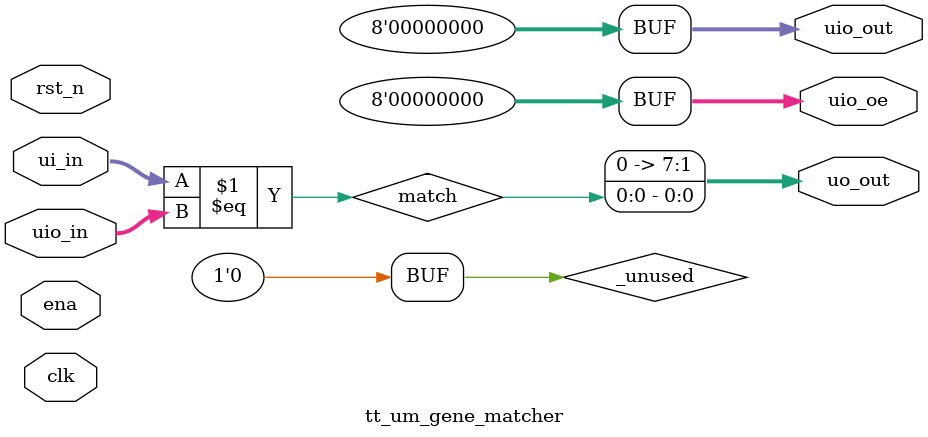
<source format=v>
/*
 * Copyright (c) 2024 Your Name
 * SPDX-License-Identifier: Apache-2.0
 */

`default_nettype none


module tt_um_gene_matcher (
    input  wire [7:0] ui_in,    // Dedicated inputs (gene_sequence)
    output wire [7:0] uo_out,   // Dedicated outputs (match flag on bit 0)
    input  wire [7:0] uio_in,   // IOs: Input path (reference_sequence)
    output wire [7:0] uio_out,  // IOs: Output path (not used)
    output wire [7:0] uio_oe,   // IOs: Enable path (all input => 0)
    input  wire       ena,      // always 1 when the design is powered
    input  wire       clk,      // clock (not used)
    input  wire       rst_n     // reset_n (not used)
);

    // Compare the sequences
    wire match = (ui_in == uio_in);         

    // Output match result on uo_out[0], other bits are 0
    assign uo_out  = {7'b0000000, match};
    assign uio_out = 8'b00000000;
    assign uio_oe  = 8'b00000000;

    // Prevent unused warnings
    wire _unused = &{ena, clk, rst_n, 1'b0};

endmodule

</source>
